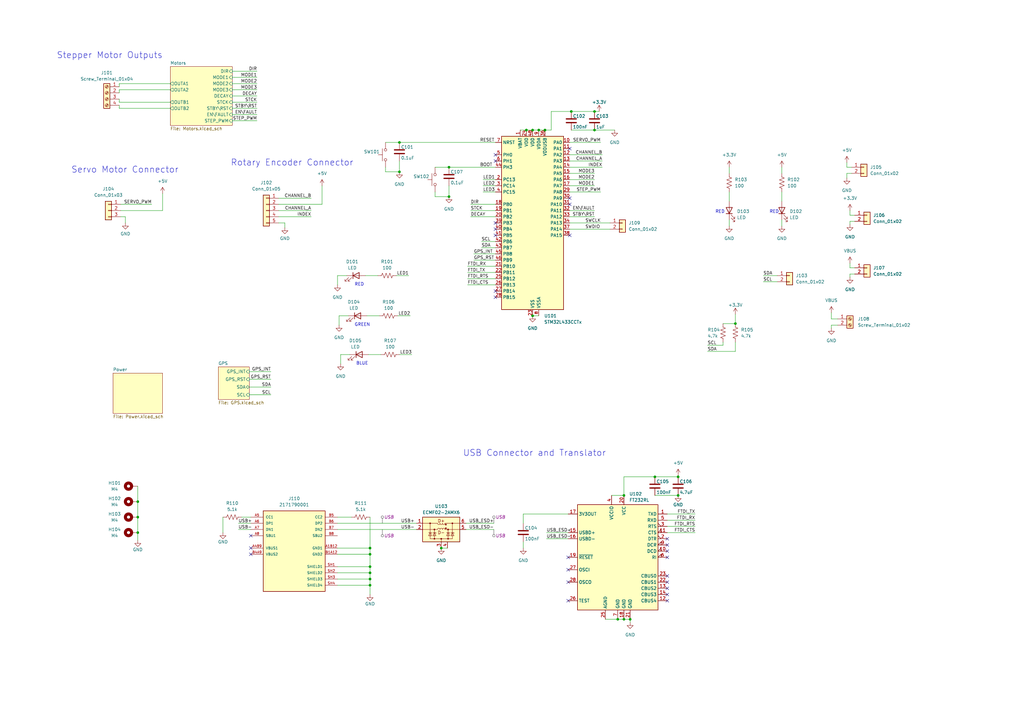
<source format=kicad_sch>
(kicad_sch (version 20231120) (generator "eeschema") (generator_version "8.0")
  (paper "A3")
  (title_block (title "Tracking Turrent Board") (date "2024-09-04") (rev "A") (company "ECE 395") (comment 4 "Engineers: Quinn Athas, Aidan Costello"))
  (lib_symbols
    (symbol "2171790001_1" (pin_names (offset 1.016))
      (property "Reference" "J110" (at 0 20.32 0))
      (property "Value" "2171790001" (at 0 17.78 0))
      (symbol "2171790001_1_0_0"
        (rectangle (start -12.7 -17.78) (end 12.7 15.24) (stroke (width 0.254)) (fill (type background)))
        (pin power_in line (at 17.78 0 180) (length 5.08) (name "GND1") (number "A1B12"))
        (pin power_in line (at -17.78 0 0) (length 5.08) (name "VBUS1") (number "A4B9"))
        (pin bidirectional line (at -17.78 12.7 0) (length 5.08) (name "CC1") (number "A5"))
        (pin bidirectional line (at -17.78 10.16 0) (length 5.08) (name "DP1") (number "A6"))
        (pin bidirectional line (at -17.78 7.62 0) (length 5.08) (name "DN1") (number "A7"))
        (pin bidirectional line (at -17.78 5.08 0) (length 5.08) (name "SBU1") (number "A8"))
        (pin power_in line (at 17.78 -2.54 180) (length 5.08) (name "GND2") (number "B1A12"))
        (pin power_in line (at -17.78 -2.54 0) (length 5.08) (name "VBUS2") (number "B4A9"))
        (pin bidirectional line (at 17.78 12.7 180) (length 5.08) (name "CC2") (number "B5"))
        (pin bidirectional line (at 17.78 10.16 180) (length 5.08) (name "DP2") (number "B6"))
        (pin bidirectional line (at 17.78 7.62 180) (length 5.08) (name "DN2") (number "B7"))
        (pin bidirectional line (at 17.78 5.08 180) (length 5.08) (name "SBU2") (number "B8"))
        (pin passive line (at 17.78 -7.62 180) (length 5.08) (name "SHIELD1") (number "SH1"))
        (pin passive line (at 17.78 -10.16 180) (length 5.08) (name "SHIELD2") (number "SH2"))
        (pin passive line (at 17.78 -12.7 180) (length 5.08) (name "SHIELD3") (number "SH3"))
        (pin passive line (at 17.78 -15.24 180) (length 5.08) (name "SHIELD4") (number "SH4"))
      )
    )
    (symbol "Connector:Screw_Terminal_01x02" (pin_names (offset 1.016) hide)
      (property "Reference" "J" (at 0 2.54 0))
      (property "Value" "Screw_Terminal_01x02" (at 0 -5.08 0))
      (symbol "Screw_Terminal_01x02_1_1"
        (rectangle (start -1.27 1.27) (end 1.27 -3.81) (stroke (width 0.254)) (fill (type background)))
        (circle (center 0 -2.54) (radius 0.635) (stroke (width 0.1524)))
        (polyline (pts (xy -0.5334 -2.2098) (xy 0.3302 -3.048)) (stroke (width 0.1524)))
        (polyline (pts (xy -0.5334 0.3302) (xy 0.3302 -0.508)) (stroke (width 0.1524)))
        (polyline (pts (xy -0.3556 -2.032) (xy 0.508 -2.8702)) (stroke (width 0.1524)))
        (polyline (pts (xy -0.3556 0.508) (xy 0.508 -0.3302)) (stroke (width 0.1524)))
        (circle (center 0 0) (radius 0.635) (stroke (width 0.1524)))
        (pin passive line (at -5.08 0 0) (length 3.81) (name "Pin_1") (number "1"))
        (pin passive line (at -5.08 -2.54 0) (length 3.81) (name "Pin_2") (number "2"))
      )
    )
    (symbol "Connector:Screw_Terminal_01x04" (pin_names (offset 1.016) hide)
      (property "Reference" "J" (at 0 5.08 0))
      (property "Value" "Screw_Terminal_01x04" (at 0 -7.62 0))
      (symbol "Screw_Terminal_01x04_1_1"
        (rectangle (start -1.27 3.81) (end 1.27 -6.35) (stroke (width 0.254)) (fill (type background)))
        (circle (center 0 -5.08) (radius 0.635) (stroke (width 0.1524)))
        (circle (center 0 -2.54) (radius 0.635) (stroke (width 0.1524)))
        (polyline (pts (xy -0.5334 -4.7498) (xy 0.3302 -5.588)) (stroke (width 0.1524)))
        (polyline (pts (xy -0.5334 -2.2098) (xy 0.3302 -3.048)) (stroke (width 0.1524)))
        (polyline (pts (xy -0.5334 0.3302) (xy 0.3302 -0.508)) (stroke (width 0.1524)))
        (polyline (pts (xy -0.5334 2.8702) (xy 0.3302 2.032)) (stroke (width 0.1524)))
        (polyline (pts (xy -0.3556 -4.572) (xy 0.508 -5.4102)) (stroke (width 0.1524)))
        (polyline (pts (xy -0.3556 -2.032) (xy 0.508 -2.8702)) (stroke (width 0.1524)))
        (polyline (pts (xy -0.3556 0.508) (xy 0.508 -0.3302)) (stroke (width 0.1524)))
        (polyline (pts (xy -0.3556 3.048) (xy 0.508 2.2098)) (stroke (width 0.1524)))
        (circle (center 0 0) (radius 0.635) (stroke (width 0.1524)))
        (circle (center 0 2.54) (radius 0.635) (stroke (width 0.1524)))
        (pin passive line (at -5.08 2.54 0) (length 3.81) (name "Pin_1") (number "1"))
        (pin passive line (at -5.08 0 0) (length 3.81) (name "Pin_2") (number "2"))
        (pin passive line (at -5.08 -2.54 0) (length 3.81) (name "Pin_3") (number "3"))
        (pin passive line (at -5.08 -5.08 0) (length 3.81) (name "Pin_4") (number "4"))
      )
    )
    (symbol "Connector_Generic:Conn_01x02" (pin_names (offset 1.016) hide)
      (property "Reference" "J" (at 0 2.54 0))
      (property "Value" "Conn_01x02" (at 0 -5.08 0))
      (symbol "Conn_01x02_1_1"
        (rectangle (start -1.27 -2.413) (end 0 -2.667) (stroke (width 0.1524)))
        (rectangle (start -1.27 0.127) (end 0 -0.127) (stroke (width 0.1524)))
        (rectangle (start -1.27 1.27) (end 1.27 -3.81) (stroke (width 0.254)) (fill (type background)))
        (pin passive line (at -5.08 0 0) (length 3.81) (name "Pin_1") (number "1"))
        (pin passive line (at -5.08 -2.54 0) (length 3.81) (name "Pin_2") (number "2"))
      )
    )
    (symbol "Connector_Generic:Conn_01x03" (pin_names (offset 1.016) hide)
      (property "Reference" "J" (at 0 5.08 0))
      (property "Value" "Conn_01x03" (at 0 -5.08 0))
      (symbol "Conn_01x03_1_1"
        (rectangle (start -1.27 -2.413) (end 0 -2.667) (stroke (width 0.1524)))
        (rectangle (start -1.27 0.127) (end 0 -0.127) (stroke (width 0.1524)))
        (rectangle (start -1.27 2.667) (end 0 2.413) (stroke (width 0.1524)))
        (rectangle (start -1.27 3.81) (end 1.27 -3.81) (stroke (width 0.254)) (fill (type background)))
        (pin passive line (at -5.08 2.54 0) (length 3.81) (name "Pin_1") (number "1"))
        (pin passive line (at -5.08 0 0) (length 3.81) (name "Pin_2") (number "2"))
        (pin passive line (at -5.08 -2.54 0) (length 3.81) (name "Pin_3") (number "3"))
      )
    )
    (symbol "Connector_Generic:Conn_01x05" (pin_names (offset 1.016) hide)
      (property "Reference" "J" (at 0 7.62 0))
      (property "Value" "Conn_01x05" (at 0 -7.62 0))
      (symbol "Conn_01x05_1_1"
        (rectangle (start -1.27 -4.953) (end 0 -5.207) (stroke (width 0.1524)))
        (rectangle (start -1.27 -2.413) (end 0 -2.667) (stroke (width 0.1524)))
        (rectangle (start -1.27 0.127) (end 0 -0.127) (stroke (width 0.1524)))
        (rectangle (start -1.27 2.667) (end 0 2.413) (stroke (width 0.1524)))
        (rectangle (start -1.27 5.207) (end 0 4.953) (stroke (width 0.1524)))
        (rectangle (start -1.27 6.35) (end 1.27 -6.35) (stroke (width 0.254)) (fill (type background)))
        (pin passive line (at -5.08 5.08 0) (length 3.81) (name "Pin_1") (number "1"))
        (pin passive line (at -5.08 2.54 0) (length 3.81) (name "Pin_2") (number "2"))
        (pin passive line (at -5.08 0 0) (length 3.81) (name "Pin_3") (number "3"))
        (pin passive line (at -5.08 -2.54 0) (length 3.81) (name "Pin_4") (number "4"))
        (pin passive line (at -5.08 -5.08 0) (length 3.81) (name "Pin_5") (number "5"))
      )
    )
    (symbol "Device:C" (pin_numbers hide) (pin_names (offset 0.254))
      (property "Reference" "C" (at 0.635 2.54 0))
      (property "Value" "C" (at 0.635 -2.54 0))
      (symbol "C_0_1"
        (polyline (pts (xy -2.032 -0.762) (xy 2.032 -0.762)) (stroke (width 0.508)))
        (polyline (pts (xy -2.032 0.762) (xy 2.032 0.762)) (stroke (width 0.508)))
      )
      (symbol "C_1_1"
        (pin passive line (at 0 3.81 270) (length 2.794) (name "~") (number "1"))
        (pin passive line (at 0 -3.81 90) (length 2.794) (name "~") (number "2"))
      )
    )
    (symbol "Device:LED" (pin_numbers hide) (pin_names (offset 1.016) hide)
      (property "Reference" "D" (at 0 2.54 0))
      (property "Value" "LED" (at 0 -2.54 0))
      (symbol "LED_0_1"
        (polyline (pts (xy -1.27 -1.27) (xy -1.27 1.27)) (stroke (width 0.254)))
        (polyline (pts (xy -1.27 0) (xy 1.27 0)))
        (polyline (pts (xy 1.27 -1.27) (xy 1.27 1.27) (xy -1.27 0) (xy 1.27 -1.27)) (stroke (width 0.254)))
        (polyline (pts (xy -3.048 -0.762) (xy -4.572 -2.286) (xy -3.81 -2.286) (xy -4.572 -2.286) (xy -4.572 -1.524)))
        (polyline (pts (xy -1.778 -0.762) (xy -3.302 -2.286) (xy -2.54 -2.286) (xy -3.302 -2.286) (xy -3.302 -1.524)))
      )
      (symbol "LED_1_1"
        (pin passive line (at -3.81 0 0) (length 2.54) (name "K") (number "1"))
        (pin passive line (at 3.81 0 180) (length 2.54) (name "A") (number "2"))
      )
    )
    (symbol "Device:R_US" (pin_numbers hide) (pin_names (offset 0))
      (property "Reference" "R" (at 2.54 0 90))
      (property "Value" "R_US" (at -2.54 0 90))
      (symbol "R_US_0_1"
        (polyline (pts (xy 0 -2.286) (xy 0 -2.54)))
        (polyline (pts (xy 0 2.286) (xy 0 2.54)))
        (polyline (pts (xy 0 -0.762) (xy 1.016 -1.143) (xy 0 -1.524) (xy -1.016 -1.905) (xy 0 -2.286)))
        (polyline (pts (xy 0 0.762) (xy 1.016 0.381) (xy 0 0) (xy -1.016 -0.381) (xy 0 -0.762)))
        (polyline (pts (xy 0 2.286) (xy 1.016 1.905) (xy 0 1.524) (xy -1.016 1.143) (xy 0 0.762)))
      )
      (symbol "R_US_1_1"
        (pin passive line (at 0 3.81 270) (length 1.27) (name "~") (number "1"))
        (pin passive line (at 0 -3.81 90) (length 1.27) (name "~") (number "2"))
      )
    )
    (symbol "Interface_USB:FT232RL"
      (property "Reference" "U" (at -16.51 22.86 0))
      (property "Value" "FT232RL" (at 10.16 22.86 0))
      (symbol "FT232RL_0_1"
        (rectangle (start -16.51 21.59) (end 16.51 -21.59) (stroke (width 0.254)) (fill (type background)))
      )
      (symbol "FT232RL_1_1"
        (pin output line (at 20.32 17.78 180) (length 3.81) (name "TXD") (number "1"))
        (pin input input_low (at 20.32 2.54 180) (length 3.81) (name "DCD") (number "10"))
        (pin input input_low (at 20.32 10.16 180) (length 3.81) (name "CTS") (number "11"))
        (pin bidirectional line (at 20.32 -17.78 180) (length 3.81) (name "CBUS4") (number "12"))
        (pin bidirectional line (at 20.32 -12.7 180) (length 3.81) (name "CBUS2") (number "13"))
        (pin bidirectional line (at 20.32 -15.24 180) (length 3.81) (name "CBUS3") (number "14"))
        (pin bidirectional line (at -20.32 10.16 0) (length 3.81) (name "USBD+") (number "15"))
        (pin bidirectional line (at -20.32 7.62 0) (length 3.81) (name "USBD-") (number "16"))
        (pin power_out line (at -20.32 17.78 0) (length 3.81) (name "3V3OUT") (number "17"))
        (pin power_in line (at 2.54 -25.4 90) (length 3.81) (name "GND") (number "18"))
        (pin input line (at -20.32 0 0) (length 3.81) (name "~{RESET}") (number "19"))
        (pin output output_low (at 20.32 7.62 180) (length 3.81) (name "DTR") (number "2"))
        (pin power_in line (at 2.54 25.4 270) (length 3.81) (name "VCC") (number "20"))
        (pin power_in line (at 5.08 -25.4 90) (length 3.81) (name "GND") (number "21"))
        (pin bidirectional line (at 20.32 -10.16 180) (length 3.81) (name "CBUS1") (number "22"))
        (pin bidirectional line (at 20.32 -7.62 180) (length 3.81) (name "CBUS0") (number "23"))
        (pin power_in line (at -5.08 -25.4 90) (length 3.81) (name "AGND") (number "25"))
        (pin input line (at -20.32 -17.78 0) (length 3.81) (name "TEST") (number "26"))
        (pin input line (at -20.32 -5.08 0) (length 3.81) (name "OSCI") (number "27"))
        (pin output line (at -20.32 -10.16 0) (length 3.81) (name "OSCO") (number "28"))
        (pin output output_low (at 20.32 12.7 180) (length 3.81) (name "RTS") (number "3"))
        (pin power_in line (at -2.54 25.4 270) (length 3.81) (name "VCCIO") (number "4"))
        (pin input line (at 20.32 15.24 180) (length 3.81) (name "RXD") (number "5"))
        (pin input input_low (at 20.32 0 180) (length 3.81) (name "RI") (number "6"))
        (pin power_in line (at 0 -25.4 90) (length 3.81) (name "GND") (number "7"))
        (pin input input_low (at 20.32 5.08 180) (length 3.81) (name "DCR") (number "9"))
      )
    )
    (symbol "MCU_ST_STM32L4:STM32L433CCTx"
      (property "Reference" "U" (at -12.7 36.83 0))
      (property "Value" "STM32L433CCTx" (at 7.62 36.83 0))
      (symbol "STM32L433CCTx_0_1"
        (rectangle (start -12.7 -35.56) (end 12.7 35.56) (stroke (width 0.254)) (fill (type background)))
      )
      (symbol "STM32L433CCTx_1_1"
        (pin power_in line (at -5.08 38.1 270) (length 2.54) (name "VBAT") (number "1"))
        (pin bidirectional line (at 15.24 33.02 180) (length 2.54) (name "PA0") (number "10"))
        (pin bidirectional line (at 15.24 30.48 180) (length 2.54) (name "PA1") (number "11"))
        (pin bidirectional line (at 15.24 27.94 180) (length 2.54) (name "PA2") (number "12"))
        (pin bidirectional line (at 15.24 25.4 180) (length 2.54) (name "PA3") (number "13"))
        (pin bidirectional line (at 15.24 22.86 180) (length 2.54) (name "PA4") (number "14"))
        (pin bidirectional line (at 15.24 20.32 180) (length 2.54) (name "PA5") (number "15"))
        (pin bidirectional line (at 15.24 17.78 180) (length 2.54) (name "PA6") (number "16"))
        (pin bidirectional line (at 15.24 15.24 180) (length 2.54) (name "PA7") (number "17"))
        (pin bidirectional line (at -15.24 7.62 0) (length 2.54) (name "PB0") (number "18"))
        (pin bidirectional line (at -15.24 5.08 0) (length 2.54) (name "PB1") (number "19"))
        (pin bidirectional line (at -15.24 17.78 0) (length 2.54) (name "PC13") (number "2"))
        (pin bidirectional line (at -15.24 2.54 0) (length 2.54) (name "PB2") (number "20"))
        (pin bidirectional line (at -15.24 -17.78 0) (length 2.54) (name "PB10") (number "21"))
        (pin bidirectional line (at -15.24 -20.32 0) (length 2.54) (name "PB11") (number "22"))
        (pin power_in line (at 0 -38.1 90) (length 2.54) (name "VSS") (number "23"))
        (pin power_in line (at -2.54 38.1 270) (length 2.54) (name "VDD") (number "24"))
        (pin bidirectional line (at -15.24 -22.86 0) (length 2.54) (name "PB12") (number "25"))
        (pin bidirectional line (at -15.24 -25.4 0) (length 2.54) (name "PB13") (number "26"))
        (pin bidirectional line (at -15.24 -27.94 0) (length 2.54) (name "PB14") (number "27"))
        (pin bidirectional line (at -15.24 -30.48 0) (length 2.54) (name "PB15") (number "28"))
        (pin bidirectional line (at 15.24 12.7 180) (length 2.54) (name "PA8") (number "29"))
        (pin bidirectional line (at -15.24 15.24 0) (length 2.54) (name "PC14") (number "3"))
        (pin bidirectional line (at 15.24 10.16 180) (length 2.54) (name "PA9") (number "30"))
        (pin bidirectional line (at 15.24 7.62 180) (length 2.54) (name "PA10") (number "31"))
        (pin bidirectional line (at 15.24 5.08 180) (length 2.54) (name "PA11") (number "32"))
        (pin bidirectional line (at 15.24 2.54 180) (length 2.54) (name "PA12") (number "33"))
        (pin bidirectional line (at 15.24 0 180) (length 2.54) (name "PA13") (number "34"))
        (pin passive line (at 0 -38.1 90) (length 2.54) hide (name "VSS") (number "35"))
        (pin power_in line (at 5.08 38.1 270) (length 2.54) (name "VDDUSB") (number "36"))
        (pin bidirectional line (at 15.24 -2.54 180) (length 2.54) (name "PA14") (number "37"))
        (pin bidirectional line (at 15.24 -5.08 180) (length 2.54) (name "PA15") (number "38"))
        (pin bidirectional line (at -15.24 0 0) (length 2.54) (name "PB3") (number "39"))
        (pin bidirectional line (at -15.24 12.7 0) (length 2.54) (name "PC15") (number "4"))
        (pin bidirectional line (at -15.24 -2.54 0) (length 2.54) (name "PB4") (number "40"))
        (pin bidirectional line (at -15.24 -5.08 0) (length 2.54) (name "PB5") (number "41"))
        (pin bidirectional line (at -15.24 -7.62 0) (length 2.54) (name "PB6") (number "42"))
        (pin bidirectional line (at -15.24 -10.16 0) (length 2.54) (name "PB7") (number "43"))
        (pin bidirectional line (at -15.24 22.86 0) (length 2.54) (name "PH3") (number "44"))
        (pin bidirectional line (at -15.24 -12.7 0) (length 2.54) (name "PB8") (number "45"))
        (pin bidirectional line (at -15.24 -15.24 0) (length 2.54) (name "PB9") (number "46"))
        (pin passive line (at 0 -38.1 90) (length 2.54) hide (name "VSS") (number "47"))
        (pin power_in line (at 0 38.1 270) (length 2.54) (name "VDD") (number "48"))
        (pin bidirectional line (at -15.24 27.94 0) (length 2.54) (name "PH0") (number "5"))
        (pin bidirectional line (at -15.24 25.4 0) (length 2.54) (name "PH1") (number "6"))
        (pin input line (at -15.24 33.02 0) (length 2.54) (name "NRST") (number "7"))
        (pin power_in line (at 2.54 -38.1 90) (length 2.54) (name "VSSA") (number "8"))
        (pin power_in line (at 2.54 38.1 270) (length 2.54) (name "VDDA") (number "9"))
      )
    )
    (symbol "Mechanical:MountingHole_Pad" (pin_numbers hide) (pin_names (offset 1.016) hide)
      (property "Reference" "H" (at 0 6.35 0))
      (property "Value" "MountingHole_Pad" (at 0 4.445 0))
      (symbol "MountingHole_Pad_0_1"
        (circle (center 0 1.27) (radius 1.27) (stroke (width 1.27)))
      )
      (symbol "MountingHole_Pad_1_1"
        (pin input line (at 0 -2.54 90) (length 2.54) (name "1") (number "1"))
      )
    )
    (symbol "Power_Protection:ECMF02-2AMX6" (pin_names (offset 0.0254) hide)
      (property "Reference" "U" (at 0 10.16 0))
      (property "Value" "ECMF02-2AMX6" (at 0 7.62 0))
      (symbol "ECMF02-2AMX6_0_1"
        (rectangle (start -7.62 5.08) (end 7.62 -5.08) (stroke (width 0.254)) (fill (type background)))
        (arc (start -1.524 2.5023) (mid -1.016 2.0306) (end -0.508 2.5023))
        (arc (start -0.508 0.0377) (mid -1.016 0.5094) (end -1.524 0.0377))
        (arc (start -0.508 2.5023) (mid 0 2.0306) (end 0.508 2.5023))
        (polyline (pts (xy -7.62 0) (xy -1.524 0)))
        (polyline (pts (xy -7.62 2.54) (xy -1.524 2.54)))
        (polyline (pts (xy -4.572 -3.81) (xy 4.572 -3.81)))
        (polyline (pts (xy -4.572 2.54) (xy -4.572 -3.81)))
        (polyline (pts (xy -2.794 0) (xy -2.794 -3.81)))
        (polyline (pts (xy 0 -5.08) (xy 0 -3.81)))
        (polyline (pts (xy 2.54 0) (xy 1.524 0)))
        (polyline (pts (xy 2.54 0) (xy 7.62 0)))
        (polyline (pts (xy 2.54 2.54) (xy 1.524 2.54)))
        (polyline (pts (xy 2.54 2.54) (xy 7.62 2.54)))
        (polyline (pts (xy 2.794 0) (xy 2.794 -3.81)))
        (polyline (pts (xy 4.572 2.54) (xy 4.572 -3.81)))
        (arc (start 0.508 0.0377) (mid 0 0.5094) (end -0.508 0.0377))
        (arc (start 0.508 2.5023) (mid 1.016 2.0306) (end 1.524 2.5023))
        (arc (start 1.524 0.0377) (mid 1.016 0.5094) (end 0.508 0.0377))
        (text "D+" (at 0 3.556 0) (effects (font (size 1.27 1.27))))
        (text "D-" (at 0 -1.27 0) (effects (font (size 1.27 1.27))))
      )
      (symbol "ECMF02-2AMX6_1_1"
        (circle (center -4.572 2.54) (radius 0.254) (fill (type outline)))
        (circle (center -2.794 -3.81) (radius 0.254) (fill (type outline)))
        (circle (center -2.794 0) (radius 0.254) (fill (type outline)))
        (circle (center 0 -3.81) (radius 0.254) (fill (type outline)))
        (polyline (pts (xy -3.937 -1.651) (xy -3.937 -1.27) (xy -5.207 -1.27)))
        (polyline (pts (xy -2.159 -1.651) (xy -2.159 -1.27) (xy -3.429 -1.27)))
        (polyline (pts (xy 3.429 -1.651) (xy 3.429 -1.27) (xy 2.159 -1.27)))
        (polyline (pts (xy 5.207 -1.651) (xy 5.207 -1.27) (xy 3.937 -1.27)))
        (polyline (pts (xy -5.207 -2.54) (xy -3.937 -2.54) (xy -4.572 -1.27) (xy -5.207 -2.54)))
        (polyline (pts (xy -3.429 -2.54) (xy -2.159 -2.54) (xy -2.794 -1.27) (xy -3.429 -2.54)))
        (polyline (pts (xy 3.429 -2.54) (xy 2.159 -2.54) (xy 2.794 -1.27) (xy 3.429 -2.54)))
        (polyline (pts (xy 5.207 -2.54) (xy 3.937 -2.54) (xy 4.572 -1.27) (xy 5.207 -2.54)))
        (circle (center 1.905 0.508) (radius 0.254) (fill (type outline)))
        (circle (center 1.905 2.032) (radius 0.254) (fill (type outline)))
        (circle (center 2.794 -3.81) (radius 0.254) (fill (type outline)))
        (circle (center 2.794 0) (radius 0.254) (fill (type outline)))
        (circle (center 4.572 2.54) (radius 0.254) (fill (type outline)))
        (pin passive line (at -10.16 2.54 0) (length 2.54) (name "D+_in") (number "1"))
        (pin passive line (at -10.16 0 0) (length 2.54) (name "D-_in") (number "2"))
        (pin power_in line (at 0 -7.62 90) (length 2.54) (name "GND") (number "3"))
        (pin free line (at 2.54 -7.62 90) (length 2.54) (name "NC") (number "4"))
        (pin passive line (at 10.16 0 180) (length 2.54) (name "D-_out") (number "5"))
        (pin passive line (at 10.16 2.54 180) (length 2.54) (name "D+_out") (number "6"))
      )
    )
    (symbol "Switch:SW_MEC_5G" (pin_numbers hide) (pin_names (offset 1.016) hide)
      (property "Reference" "SW101" (at 1.27 8.89 90))
      (symbol "SW_MEC_5G_0_1"
        (circle (center -2.032 0) (radius 0.508))
        (polyline (pts (xy 0 1.27) (xy 0 3.048)))
        (polyline (pts (xy 2.54 1.27) (xy -2.54 1.27)))
        (circle (center 2.032 0) (radius 0.508))
        (pin passive line (at -5.08 0 0) (length 2.54) (name "A") (number "1"))
      )
      (symbol "SW_MEC_5G_1_1"
        (pin passive line (at 5.08 0 180) (length 2.54) (name "B") (number "2"))
      )
    )
    (symbol "power:+3.3V" (power) (pin_names (offset 0))
      (property "Value" "+3.3V" (at 0 3.556 0))
      (symbol "+3.3V_0_1"
        (polyline (pts (xy -0.762 1.27) (xy 0 2.54)))
        (polyline (pts (xy 0 0) (xy 0 2.54)))
        (polyline (pts (xy 0 2.54) (xy 0.762 1.27)))
      )
      (symbol "+3.3V_1_1"
        (pin power_in line (at 0 0 90) (length 0) hide (name "+3.3V") (number "1"))
      )
    )
    (symbol "power:+5V" (power) (pin_names (offset 0))
      (property "Value" "+5V" (at 0 3.556 0))
      (symbol "+5V_0_1"
        (polyline (pts (xy -0.762 1.27) (xy 0 2.54)))
        (polyline (pts (xy 0 0) (xy 0 2.54)))
        (polyline (pts (xy 0 2.54) (xy 0.762 1.27)))
      )
      (symbol "+5V_1_1"
        (pin power_in line (at 0 0 90) (length 0) hide (name "+5V") (number "1"))
      )
    )
    (symbol "power:GND" (power) (pin_names (offset 0))
      (property "Value" "GND" (at 0 -3.81 0))
      (symbol "GND_0_1"
        (polyline (pts (xy 0 0) (xy 0 -1.27) (xy 1.27 -1.27) (xy 0 -2.54) (xy -1.27 -1.27) (xy 0 -1.27)))
      )
      (symbol "GND_1_1"
        (pin power_in line (at 0 0 270) (length 0) hide (name "GND") (number "1"))
      )
    )
    (symbol "power:VBUS" (power) (pin_names (offset 0))
      (property "Value" "VBUS" (at 0 3.81 0))
      (symbol "VBUS_0_1"
        (polyline (pts (xy -0.762 1.27) (xy 0 2.54)))
        (polyline (pts (xy 0 0) (xy 0 2.54)))
        (polyline (pts (xy 0 2.54) (xy 0.762 1.27)))
      )
      (symbol "VBUS_1_1"
        (pin power_in line (at 0 0 90) (length 0) hide (name "VBUS") (number "1"))
      )
    )
  )
  (junction (at 151.765 240.03))
  (junction (at 151.765 227.33))
  (junction (at 151.765 224.79))
  (junction (at 243.84 53.34))
  (junction (at 163.83 58.42))
  (junction (at 278.13 203.2))
  (junction (at 56.515 218.44))
  (junction (at 184.15 68.58))
  (junction (at 278.13 195.58))
  (junction (at 218.44 129.54))
  (junction (at 163.83 70.485))
  (junction (at 151.765 237.49))
  (junction (at 215.9 53.34))
  (junction (at 56.515 212.09))
  (junction (at 184.15 80.645))
  (junction (at 218.44 53.34))
  (junction (at 220.98 53.34))
  (junction (at 180.975 224.79))
  (junction (at 223.52 53.34))
  (junction (at 255.905 203.2))
  (junction (at 151.765 234.95))
  (junction (at 258.445 254))
  (junction (at 255.905 254))
  (junction (at 301.625 132.715))
  (junction (at 56.515 205.74))
  (junction (at 234.315 45.72))
  (junction (at 268.605 195.58))
  (junction (at 253.365 254))
  (junction (at 151.765 232.41))
  (junction (at 243.84 45.72))
  (no_connect (at 102.87 224.79))
  (no_connect (at 203.2 119.38))
  (no_connect (at 273.685 246.38))
  (no_connect (at 203.2 66.04))
  (no_connect (at 203.2 96.52))
  (no_connect (at 102.87 219.71))
  (no_connect (at 273.685 241.3))
  (no_connect (at 273.685 220.98))
  (no_connect (at 203.2 63.5))
  (no_connect (at 233.045 246.38))
  (no_connect (at 233.68 81.28))
  (no_connect (at 273.685 228.6))
  (no_connect (at 273.685 243.84))
  (no_connect (at 233.68 83.82))
  (no_connect (at 233.045 228.6))
  (no_connect (at 233.045 238.76))
  (no_connect (at 203.2 91.44))
  (no_connect (at 233.68 60.96))
  (no_connect (at 273.685 238.76))
  (no_connect (at 233.68 96.52))
  (no_connect (at 203.2 121.92))
  (no_connect (at 273.685 223.52))
  (no_connect (at 273.685 236.22))
  (no_connect (at 203.2 93.98))
  (no_connect (at 273.685 226.06))
  (no_connect (at 102.87 227.33))
  (no_connect (at 233.045 233.68))
  (wire (pts (xy 203.2 114.3) (xy 191.77 114.3)))
  (wire (pts (xy 299.085 92.71) (xy 299.085 90.17)))
  (wire (pts (xy 273.685 210.82) (xy 285.115 210.82)))
  (wire (pts (xy 168.275 129.54) (xy 163.195 129.54)))
  (wire (pts (xy 203.2 86.36) (xy 193.04 86.36)))
  (wire (pts (xy 138.43 214.63) (xy 170.815 214.63)))
  (wire (pts (xy 69.85 36.83) (xy 48.895 36.83)))
  (wire (pts (xy 299.085 68.58) (xy 299.085 71.12)))
  (wire (pts (xy 155.575 129.54) (xy 150.495 129.54)))
  (wire (pts (xy 202.565 214.63) (xy 191.135 214.63)))
  (wire (pts (xy 97.79 217.17) (xy 102.87 217.17)))
  (wire (pts (xy 158.115 68.58) (xy 158.115 70.485)))
  (wire (pts (xy 255.905 195.58) (xy 268.605 195.58)))
  (wire (pts (xy 203.2 88.9) (xy 193.04 88.9)))
  (wire (pts (xy 203.2 104.14) (xy 194.31 104.14)))
  (wire (pts (xy 233.68 66.04) (xy 247.015 66.04)))
  (wire (pts (xy 245.745 45.72) (xy 243.84 45.72)))
  (wire (pts (xy 138.43 116.84) (xy 138.43 113.03)))
  (wire (pts (xy 223.52 53.34) (xy 226.06 53.34)))
  (wire (pts (xy 91.44 212.09) (xy 91.44 218.44)))
  (wire (pts (xy 139.7 145.415) (xy 143.51 145.415)))
  (wire (pts (xy 102.235 161.925) (xy 111.125 161.925)))
  (wire (pts (xy 290.195 144.145) (xy 301.625 144.145)))
  (wire (pts (xy 198.12 78.74) (xy 203.2 78.74)))
  (wire (pts (xy 233.68 71.12) (xy 243.84 71.12)))
  (wire (pts (xy 348.615 92.075) (xy 348.615 90.805)))
  (wire (pts (xy 178.435 78.74) (xy 178.435 80.645)))
  (wire (pts (xy 214.63 210.82) (xy 233.045 210.82)))
  (wire (pts (xy 252.095 53.34) (xy 243.84 53.34)))
  (wire (pts (xy 114.3 88.9) (xy 127.635 88.9)))
  (wire (pts (xy 203.2 83.82) (xy 193.04 83.82)))
  (wire (pts (xy 348.615 90.805) (xy 350.52 90.805)))
  (wire (pts (xy 99.06 212.09) (xy 102.87 212.09)))
  (wire (pts (xy 151.765 240.03) (xy 151.765 237.49)))
  (wire (pts (xy 97.79 214.63) (xy 102.87 214.63)))
  (wire (pts (xy 56.515 199.39) (xy 56.515 205.74)))
  (wire (pts (xy 95.25 29.21) (xy 105.41 29.21)))
  (wire (pts (xy 348.615 112.395) (xy 350.52 112.395)))
  (wire (pts (xy 102.235 155.575) (xy 111.125 155.575)))
  (wire (pts (xy 49.53 88.9) (xy 51.435 88.9)))
  (wire (pts (xy 132.08 76.2) (xy 132.08 83.82)))
  (wire (pts (xy 154.94 113.03) (xy 149.86 113.03)))
  (wire (pts (xy 340.995 134.62) (xy 340.995 133.35)))
  (wire (pts (xy 203.2 99.06) (xy 197.485 99.06)))
  (wire (pts (xy 233.68 86.36) (xy 243.84 86.36)))
  (wire (pts (xy 48.895 34.29) (xy 48.895 35.56)))
  (wire (pts (xy 48.895 44.45) (xy 48.895 43.18)))
  (wire (pts (xy 348.615 109.855) (xy 350.52 109.855)))
  (wire (pts (xy 95.25 34.29) (xy 105.41 34.29)))
  (wire (pts (xy 203.2 106.68) (xy 194.31 106.68)))
  (wire (pts (xy 95.25 49.53) (xy 105.41 49.53)))
  (wire (pts (xy 347.345 71.12) (xy 349.25 71.12)))
  (wire (pts (xy 66.675 79.375) (xy 66.675 86.36)))
  (wire (pts (xy 233.68 88.9) (xy 243.84 88.9)))
  (wire (pts (xy 234.315 45.72) (xy 226.06 45.72)))
  (wire (pts (xy 320.675 92.71) (xy 320.675 90.17)))
  (wire (pts (xy 138.43 217.17) (xy 170.815 217.17)))
  (wire (pts (xy 184.15 76.2) (xy 184.15 80.645)))
  (wire (pts (xy 203.2 111.76) (xy 191.77 111.76)))
  (wire (pts (xy 296.545 132.715) (xy 301.625 132.715)))
  (wire (pts (xy 255.905 195.58) (xy 255.905 203.2)))
  (wire (pts (xy 138.43 237.49) (xy 151.765 237.49)))
  (wire (pts (xy 139.065 129.54) (xy 142.875 129.54)))
  (wire (pts (xy 69.85 41.91) (xy 48.895 41.91)))
  (wire (pts (xy 49.53 86.36) (xy 66.675 86.36)))
  (wire (pts (xy 151.765 227.33) (xy 151.765 224.79)))
  (wire (pts (xy 233.045 218.44) (xy 224.155 218.44)))
  (wire (pts (xy 184.15 80.645) (xy 178.435 80.645)))
  (wire (pts (xy 95.25 31.75) (xy 105.41 31.75)))
  (wire (pts (xy 51.435 88.9) (xy 51.435 91.44)))
  (wire (pts (xy 138.43 240.03) (xy 151.765 240.03)))
  (wire (pts (xy 233.68 76.2) (xy 243.84 76.2)))
  (wire (pts (xy 139.7 149.225) (xy 139.7 145.415)))
  (wire (pts (xy 178.435 68.58) (xy 184.15 68.58)))
  (wire (pts (xy 48.895 36.83) (xy 48.895 38.1)))
  (wire (pts (xy 114.3 86.36) (xy 127.635 86.36)))
  (wire (pts (xy 203.2 116.84) (xy 191.77 116.84)))
  (wire (pts (xy 158.115 58.42) (xy 163.83 58.42)))
  (wire (pts (xy 234.315 53.34) (xy 243.84 53.34)))
  (wire (pts (xy 233.68 91.44) (xy 250.19 91.44)))
  (wire (pts (xy 226.06 45.72) (xy 226.06 53.34)))
  (wire (pts (xy 233.68 68.58) (xy 247.015 68.58)))
  (wire (pts (xy 203.2 101.6) (xy 197.485 101.6)))
  (wire (pts (xy 144.145 212.09) (xy 138.43 212.09)))
  (wire (pts (xy 320.675 68.58) (xy 320.675 71.12)))
  (wire (pts (xy 114.3 81.28) (xy 127.635 81.28)))
  (wire (pts (xy 278.13 194.945) (xy 278.13 195.58)))
  (wire (pts (xy 253.365 254) (xy 248.285 254)))
  (wire (pts (xy 95.25 36.83) (xy 105.41 36.83)))
  (wire (pts (xy 95.25 44.45) (xy 105.41 44.45)))
  (wire (pts (xy 258.445 254) (xy 255.905 254)))
  (wire (pts (xy 273.685 213.36) (xy 285.115 213.36)))
  (wire (pts (xy 203.2 109.22) (xy 191.77 109.22)))
  (wire (pts (xy 49.53 83.82) (xy 62.23 83.82)))
  (wire (pts (xy 102.235 158.75) (xy 111.125 158.75)))
  (wire (pts (xy 151.765 234.95) (xy 151.765 232.41)))
  (wire (pts (xy 233.68 63.5) (xy 247.015 63.5)))
  (wire (pts (xy 139.065 133.35) (xy 139.065 129.54)))
  (wire (pts (xy 258.445 255.27) (xy 258.445 254)))
  (wire (pts (xy 214.63 214.63) (xy 214.63 210.82)))
  (wire (pts (xy 202.565 217.17) (xy 191.135 217.17)))
  (wire (pts (xy 163.83 70.485) (xy 158.115 70.485)))
  (wire (pts (xy 138.43 224.79) (xy 151.765 224.79)))
  (wire (pts (xy 246.38 78.74) (xy 233.68 78.74)))
  (wire (pts (xy 167.64 113.03) (xy 162.56 113.03)))
  (wire (pts (xy 255.905 254) (xy 253.365 254)))
  (wire (pts (xy 299.085 78.74) (xy 299.085 82.55)))
  (wire (pts (xy 268.605 195.58) (xy 278.13 195.58)))
  (wire (pts (xy 56.515 205.74) (xy 56.515 212.09)))
  (wire (pts (xy 95.25 46.99) (xy 105.41 46.99)))
  (wire (pts (xy 218.44 53.34) (xy 220.98 53.34)))
  (wire (pts (xy 95.25 39.37) (xy 105.41 39.37)))
  (wire (pts (xy 151.765 232.41) (xy 151.765 227.33)))
  (wire (pts (xy 198.12 76.2) (xy 203.2 76.2)))
  (wire (pts (xy 138.43 234.95) (xy 151.765 234.95)))
  (wire (pts (xy 163.83 58.42) (xy 203.2 58.42)))
  (wire (pts (xy 114.3 83.82) (xy 132.08 83.82)))
  (wire (pts (xy 233.045 220.98) (xy 224.155 220.98)))
  (wire (pts (xy 102.235 152.4) (xy 111.125 152.4)))
  (wire (pts (xy 69.85 34.29) (xy 48.895 34.29)))
  (wire (pts (xy 348.615 86.36) (xy 348.615 88.265)))
  (wire (pts (xy 184.15 68.58) (xy 203.2 68.58)))
  (wire (pts (xy 215.9 53.34) (xy 218.44 53.34)))
  (wire (pts (xy 180.975 224.79) (xy 183.515 224.79)))
  (wire (pts (xy 220.98 129.54) (xy 218.44 129.54)))
  (wire (pts (xy 151.765 243.84) (xy 151.765 240.03)))
  (wire (pts (xy 347.345 68.58) (xy 349.25 68.58)))
  (wire (pts (xy 116.84 91.44) (xy 116.84 93.345)))
  (wire (pts (xy 138.43 232.41) (xy 151.765 232.41)))
  (wire (pts (xy 48.895 41.91) (xy 48.895 40.64)))
  (wire (pts (xy 233.68 73.66) (xy 243.84 73.66)))
  (wire (pts (xy 290.195 141.605) (xy 296.545 141.605)))
  (wire (pts (xy 214.63 224.79) (xy 214.63 222.25)))
  (wire (pts (xy 340.995 128.27) (xy 340.995 130.81)))
  (wire (pts (xy 138.43 113.03) (xy 142.24 113.03)))
  (wire (pts (xy 268.605 203.2) (xy 278.13 203.2)))
  (wire (pts (xy 348.615 107.95) (xy 348.615 109.855)))
  (wire (pts (xy 273.685 218.44) (xy 285.115 218.44)))
  (wire (pts (xy 56.515 218.44) (xy 56.515 221.615)))
  (wire (pts (xy 301.625 140.335) (xy 301.625 144.145)))
  (wire (pts (xy 273.685 215.9) (xy 285.115 215.9)))
  (wire (pts (xy 213.36 53.34) (xy 215.9 53.34)))
  (wire (pts (xy 250.825 203.2) (xy 255.905 203.2)))
  (wire (pts (xy 156.21 145.415) (xy 151.13 145.415)))
  (wire (pts (xy 220.98 53.34) (xy 223.52 53.34)))
  (wire (pts (xy 348.615 88.265) (xy 350.52 88.265)))
  (wire (pts (xy 138.43 227.33) (xy 151.765 227.33)))
  (wire (pts (xy 151.765 237.49) (xy 151.765 234.95)))
  (wire (pts (xy 301.625 128.905) (xy 301.625 132.715)))
  (wire (pts (xy 348.615 113.665) (xy 348.615 112.395)))
  (wire (pts (xy 340.995 130.81) (xy 343.535 130.81)))
  (wire (pts (xy 347.345 66.675) (xy 347.345 68.58)))
  (wire (pts (xy 340.995 133.35) (xy 343.535 133.35)))
  (wire (pts (xy 151.765 224.79) (xy 151.765 212.09)))
  (wire (pts (xy 296.545 140.335) (xy 296.545 141.605)))
  (wire (pts (xy 233.68 93.98) (xy 250.19 93.98)))
  (wire (pts (xy 318.77 113.03) (xy 313.055 113.03)))
  (wire (pts (xy 318.77 115.57) (xy 313.055 115.57)))
  (wire (pts (xy 243.84 45.72) (xy 234.315 45.72)))
  (wire (pts (xy 320.675 78.74) (xy 320.675 82.55)))
  (wire (pts (xy 168.91 145.415) (xy 163.83 145.415)))
  (wire (pts (xy 95.25 41.91) (xy 105.41 41.91)))
  (wire (pts (xy 69.85 44.45) (xy 48.895 44.45)))
  (wire (pts (xy 246.38 58.42) (xy 233.68 58.42)))
  (wire (pts (xy 163.83 66.04) (xy 163.83 70.485)))
  (wire (pts (xy 114.3 91.44) (xy 116.84 91.44)))
  (wire (pts (xy 347.345 73.025) (xy 347.345 71.12)))
  (wire (pts (xy 56.515 212.09) (xy 56.515 218.44)))
  (wire (pts (xy 198.12 73.66) (xy 203.2 73.66)))
  (text "BLUE" (at 146.05 149.86 0) (effects (font (size 1.27 1.27)) (justify left bottom)))
  (text "GREEN" (at 145.415 133.985 0) (effects (font (size 1.27 1.27)) (justify left bottom)))
  (text "USB Connector and Translator\n\n\n" (at 189.865 195.58 0) (effects (font (size 2.54 2.54)) (justify left bottom)))
  (text "RED" (at 145.415 117.475 0) (effects (font (size 1.27 1.27)) (justify left bottom)))
  (text "Rotary Encoder Connector\n\n" (at 94.615 72.39 0) (effects (font (size 2.54 2.54)) (justify left bottom)))
  (text "RED" (at 315.595 87.63 0) (effects (font (size 1.27 1.27)) (justify left bottom)))
  (text "RED" (at 293.37 87.63 0) (effects (font (size 1.27 1.27)) (justify left bottom)))
  (text "Stepper Motor Outputs\n" (at 23.241 24.257 0) (effects (font (size 2.54 2.54)) (justify left bottom)))
  (text "Servo Motor Connector\n\n\n" (at 29.21 79.375 0) (effects (font (size 2.54 2.54)) (justify left bottom)))
  (label "EN\\FAULT" (at 105.41 46.99 180))
  (label "FTDI_RTS" (at 285.115 215.9 180))
  (label "LED1" (at 167.64 113.03 180))
  (label "GPS_INT" (at 111.125 152.4 180))
  (label "MODE3" (at 243.84 71.12 180))
  (label "USB-" (at 164.465 217.17 0))
  (label "STBY\\RST" (at 105.41 44.45 180))
  (label "LED2" (at 168.275 129.54 180))
  (label "SCL" (at 290.195 141.605 0))
  (label "FTDI_RX" (at 285.115 213.36 180))
  (label "LED3" (at 168.91 145.415 180))
  (label "SERVO_PWM" (at 62.23 83.82 180))
  (label "USB_ESD+" (at 202.565 214.63 180))
  (label "STCK" (at 105.41 41.91 180))
  (label "CHANNEL_A" (at 127.635 86.36 180))
  (label "SCL" (at 111.125 161.925 180))
  (label "MODE1" (at 105.41 31.75 180))
  (label "FTDI_RTS" (at 191.77 114.3 0))
  (label "SWDIO" (at 240.03 93.98 0))
  (label "FTDI_RX" (at 191.77 109.22 0))
  (label "MODE3" (at 105.41 36.83 180))
  (label "MODE1" (at 243.84 76.2 180))
  (label "INDEX" (at 127.635 88.9 180))
  (label "USB_ESD-" (at 202.565 217.17 180))
  (label "CHANNEL_B" (at 247.015 63.5 180))
  (label "STBY\\RST" (at 243.84 88.9 180))
  (label "STEP_PWM" (at 105.41 49.53 180))
  (label "MODE2" (at 243.84 73.66 180))
  (label "CHANNEL_B" (at 127.635 81.28 180))
  (label "BOOT" (at 196.85 68.58 0))
  (label "SDA" (at 197.485 101.6 0))
  (label "RESET" (at 196.85 58.42 0))
  (label "USB_ESD+" (at 224.155 218.44 0))
  (label "SDA" (at 313.055 113.03 0))
  (label "SCL" (at 313.055 115.57 0))
  (label "DECAY" (at 105.41 39.37 180))
  (label "SERVO_PWM" (at 246.38 58.42 180))
  (label "DIR" (at 193.04 83.82 0))
  (label "DIR" (at 105.41 29.21 180))
  (label "EN\\FAULT" (at 243.84 86.36 180))
  (label "SCL" (at 197.485 99.06 0))
  (label "LED2" (at 198.12 76.2 0))
  (label "CHANNEL_A" (at 247.015 66.04 180))
  (label "GPS_INT" (at 194.31 104.14 0))
  (label "SWCLK" (at 240.03 91.44 0))
  (label "GPS_RST" (at 194.31 106.68 0))
  (label "USB+" (at 97.79 214.63 0))
  (label "FTDI_CTS" (at 285.115 218.44 180))
  (label "FTDI_TX" (at 285.115 210.82 180))
  (label "FTDI_CTS" (at 191.77 116.84 0))
  (label "SDA" (at 290.195 144.145 0))
  (label "FTDI_TX" (at 191.77 111.76 0))
  (label "USB+" (at 164.465 214.63 0))
  (label "MODE2" (at 105.41 34.29 180))
  (label "USB_ESD-" (at 224.155 220.98 0))
  (label "STCK" (at 193.04 86.36 0))
  (label "LED1" (at 198.12 73.66 0))
  (label "USB-" (at 97.79 217.17 0))
  (label "DECAY" (at 193.04 88.9 0))
  (label "STEP_PWM" (at 246.38 78.74 180))
  (label "LED3" (at 198.12 78.74 0))
  (label "SDA" (at 111.125 158.75 180))
  (label "GPS_RST" (at 111.125 155.575 180))
  (label "INDEX" (at 247.015 68.58 180))
  (netclass_flag "" (length 2.54) (shape round) (at 202.565 217.17 180) (property "Netclass" "USB" (at 203.2635 219.71 0) (effects (font (italic yes)) (justify left))))
  (netclass_flag "" (length 2.54) (shape round) (at 156.845 214.63 0) (property "Netclass" "USB" (at 157.5435 212.09 0) (effects (font (italic yes)) (justify left))))
  (netclass_flag "" (length 2.54) (shape round) (at 202.565 214.63 0) (property "Netclass" "USB" (at 203.2635 212.09 0) (effects (font (italic yes)) (justify left))))
  (netclass_flag "" (length 2.54) (shape round) (at 156.845 217.17 180) (property "Netclass" "USB" (at 157.5435 219.71 0) (effects (font (italic yes)) (justify left))))
  (symbol (lib_id "Connector_Generic:Conn_01x05") (at 109.22 86.36 0) (mirror y) (unit 1)
    (property "Reference" "J102" (at 109.22 74.93 0))
    (property "Value" "Conn_01x05" (at 109.22 77.47 0))
    (property "Footprint" "Connector_PinHeader_2.54mm:PinHeader_1x05_P2.54mm_Vertical" (effects (hide yes)))
  )
  (symbol (lib_id "power:GND") (at 56.515 221.615 0) (unit 1)
    (property "Reference" "#PWR0130" (effects (hide yes)))
    (property "Value" "GND" (at 56.515 225.425 0))
  )
  (symbol (lib_id "Device:LED") (at 146.05 113.03 0) (unit 1)
    (property "Reference" "D101" (at 144.4625 107.315 0))
    (property "Value" "LED" (at 144.4625 109.855 0))
    (property "Footprint" "LED_SMD:LED_0603_1608Metric" (effects (hide yes)))
  )
  (symbol (lib_id "Switch:SW_MEC_5G") (at 158.115 63.5 90) (unit 1)
    (property "Reference" "SW101" (at 149.225 62.23 90) (effects (justify right)))
    (property "Value" "SW_MEC_5G" (effects (hide yes)))
    (property "Footprint" "Button_Switch_SMD:SW_SPST_CK_RS282G05A3" (effects (hide yes)))
    (property "Datasheet" "http://www.apem.com/int/index.php?controller=attachment&id_attachment=488" (effects (hide yes)))
  )
  (symbol (lib_id "Device:C") (at 268.605 199.39 0) (unit 1)
    (property "Reference" "C105" (at 269.24 197.485 0) (effects (justify left)))
    (property "Value" "100nF" (at 269.24 201.93 0) (effects (justify left)))
    (property "Footprint" "Capacitor_SMD:C_0603_1608Metric" (effects (hide yes)))
  )
  (symbol (lib_id "power:GND") (at 218.44 129.54 0) (unit 1)
    (property "Reference" "#PWR0102" (effects (hide yes)))
    (property "Value" "GND" (at 218.44 134.62 0))
  )
  (symbol (lib_id "Device:R_US") (at 296.545 136.525 180) (unit 1)
    (property "Reference" "R104" (at 290.195 135.255 0) (effects (justify right)))
    (property "Value" "4.7k" (at 290.195 137.795 0) (effects (justify right)))
    (property "Footprint" "Resistor_SMD:R_0603_1608Metric" (effects (hide yes)))
  )
  (symbol (lib_id "power:+5V") (at 278.13 194.945 0) (unit 1)
    (property "Reference" "#PWR0109" (effects (hide yes)))
    (property "Value" "+5V" (at 278.13 189.865 0))
  )
  (symbol (lib_id "Switch:SW_MEC_5G") (at 178.435 73.66 90) (unit 1)
    (property "Reference" "SW102" (at 169.545 72.39 90) (effects (justify right)))
    (property "Value" "SW_MEC_5G" (effects (hide yes)))
    (property "Footprint" "Button_Switch_SMD:SW_SPST_CK_RS282G05A3" (effects (hide yes)))
    (property "Datasheet" "http://www.apem.com/int/index.php?controller=attachment&id_attachment=488" (effects (hide yes)))
  )
  (symbol (lib_id "Device:R_US") (at 147.955 212.09 90) (unit 1)
    (property "Reference" "R111" (at 147.955 206.375 90))
    (property "Value" "5.1k" (at 147.955 208.915 90))
    (property "Footprint" "Resistor_SMD:R_0603_1608Metric" (effects (hide yes)))
  )
  (symbol (lib_id "Device:R_US") (at 158.75 113.03 90) (unit 1)
    (property "Reference" "R101" (at 158.75 107.315 90))
    (property "Value" "100" (at 158.75 109.855 90))
    (property "Footprint" "Resistor_SMD:R_0603_1608Metric" (effects (hide yes)))
  )
  (symbol (lib_id "Device:R_US") (at 301.625 136.525 180) (unit 1)
    (property "Reference" "R105" (at 303.859 135.255 0) (effects (justify right)))
    (property "Value" "4.7k" (at 303.859 137.795 0) (effects (justify right)))
    (property "Footprint" "Resistor_SMD:R_0603_1608Metric" (effects (hide yes)))
  )
  (symbol (lib_id "Connector:Screw_Terminal_01x02") (at 348.615 130.81 0) (unit 1)
    (property "Reference" "J108" (at 351.79 130.81 0) (effects (justify left)))
    (property "Value" "Screw_Terminal_01x02" (at 351.79 133.35 0) (effects (justify left)))
    (property "Footprint" "TerminalBlock_TE-Connectivity:TerminalBlock_TE_282834-2_1x02_P2.54mm_Horizontal" (effects (hide yes)))
  )
  (symbol (lib_id "Device:LED") (at 299.085 86.36 90) (unit 1)
    (property "Reference" "D103" (at 302.26 86.6775 90) (effects (justify right)))
    (property "Value" "LED" (at 302.26 89.2175 90) (effects (justify right)))
    (property "Footprint" "LED_SMD:LED_0603_1608Metric" (effects (hide yes)))
  )
  (symbol (lib_id "power:GND") (at 340.995 134.62 0) (unit 1)
    (property "Reference" "#PWR0127" (effects (hide yes)))
    (property "Value" "GND" (at 340.995 139.7 0))
  )
  (symbol (lib_id "Device:LED") (at 320.675 86.36 90) (unit 1)
    (property "Reference" "D102" (at 323.85 86.6775 90) (effects (justify right)))
    (property "Value" "LED" (at 323.85 89.2175 90) (effects (justify right)))
    (property "Footprint" "LED_SMD:LED_0603_1608Metric" (effects (hide yes)))
  )
  (symbol (lib_id "power:GND") (at 258.445 255.27 0) (unit 1)
    (property "Reference" "#PWR0107" (effects (hide yes)))
    (property "Value" "GND" (at 258.445 260.35 0))
  )
  (symbol (lib_id "power:GND") (at 91.44 218.44 0) (unit 1)
    (property "Reference" "#PWR0134" (effects (hide yes)))
    (property "Value" "GND" (at 91.44 222.25 0))
  )
  (symbol (lib_id "power:+5V") (at 132.08 76.2 0) (unit 1)
    (property "Reference" "#PWR0112" (effects (hide yes)))
    (property "Value" "+5V" (at 132.08 71.12 0))
  )
  (symbol (lib_id "Device:LED") (at 147.32 145.415 0) (unit 1)
    (property "Reference" "D105" (at 145.7325 139.7 0))
    (property "Value" "LED" (at 145.7325 142.24 0))
    (property "Footprint" "LED_SMD:LED_0603_1608Metric" (effects (hide yes)))
  )
  (symbol (lib_id "Device:C") (at 163.83 62.23 0) (unit 1)
    (property "Reference" "C101" (at 164.465 60.325 0) (effects (justify left)))
    (property "Value" "0.1uF" (at 164.465 64.77 0) (effects (justify left)))
    (property "Footprint" "Capacitor_SMD:C_0603_1608Metric" (effects (hide yes)))
  )
  (symbol (lib_id "power:GND") (at 347.345 73.025 0) (unit 1)
    (property "Reference" "#PWR0120" (effects (hide yes)))
    (property "Value" "GND" (at 347.345 78.105 0))
  )
  (symbol (lib_id "power:+3.3V") (at 348.615 86.36 0) (unit 1)
    (property "Reference" "#PWR0123" (effects (hide yes)))
    (property "Value" "+3.3V" (at 348.615 81.28 0))
  )
  (symbol (lib_id "power:GND") (at 139.065 133.35 0) (unit 1)
    (property "Reference" "#PWR0110" (effects (hide yes)))
    (property "Value" "GND" (at 139.065 138.43 0))
  )
  (symbol (lib_id "power:VBUS") (at 348.615 107.95 0) (unit 1)
    (property "Reference" "#PWR0124" (effects (hide yes)))
    (property "Value" "VBUS" (at 348.615 102.87 0))
  )
  (symbol (lib_id "power:GND") (at 214.63 224.79 0) (unit 1)
    (property "Reference" "#PWR0108" (effects (hide yes)))
    (property "Value" "GND" (at 214.63 229.87 0))
  )
  (symbol (lib_id "Device:C") (at 278.13 199.39 0) (unit 1)
    (property "Reference" "C106" (at 278.765 197.485 0) (effects (justify left)))
    (property "Value" "4.7uF" (at 278.765 201.93 0) (effects (justify left)))
    (property "Footprint" "Capacitor_SMD:C_0603_1608Metric" (effects (hide yes)))
  )
  (symbol (lib_id "Connector_Generic:Conn_01x02") (at 323.85 113.03 0) (unit 1)
    (property "Reference" "J103" (at 326.39 113.03 0) (effects (justify left)))
    (property "Value" "Conn_01x02" (at 326.39 115.57 0) (effects (justify left)))
    (property "Footprint" "Connector_PinHeader_2.54mm:PinHeader_1x02_P2.54mm_Vertical" (effects (hide yes)))
  )
  (symbol (lib_id "power:GND") (at 252.095 53.34 0) (unit 1)
    (property "Reference" "#PWR0104" (effects (hide yes)))
    (property "Value" "GND" (at 252.095 58.42 0))
  )
  (symbol (lib_id "power:GND") (at 116.84 93.345 0) (unit 1)
    (property "Reference" "#PWR0113" (effects (hide yes)))
    (property "Value" "GND" (at 116.84 97.79 0))
  )
  (symbol (lib_id "Device:C") (at 243.84 49.53 0) (unit 1)
    (property "Reference" "C103" (at 244.475 47.625 0) (effects (justify left)))
    (property "Value" "1uF" (at 244.475 52.07 0) (effects (justify left)))
    (property "Footprint" "Capacitor_SMD:C_0603_1608Metric" (effects (hide yes)))
  )
  (symbol (lib_id "Device:R_US") (at 299.085 74.93 180) (unit 1)
    (property "Reference" "R103" (at 301.319 73.66 0) (effects (justify right)))
    (property "Value" "100" (at 301.319 76.2 0) (effects (justify right)))
    (property "Footprint" "Resistor_SMD:R_0603_1608Metric" (effects (hide yes)))
  )
  (symbol (lib_id "power:GND") (at 51.435 91.44 0) (unit 1)
    (property "Reference" "#PWR0119" (effects (hide yes)))
    (property "Value" "GND" (at 51.435 95.885 0))
  )
  (symbol (lib_id "power:GND") (at 163.83 70.485 0) (unit 1)
    (property "Reference" "#PWR0103" (effects (hide yes)))
    (property "Value" "GND" (at 163.83 75.565 0))
  )
  (symbol (lib_name "2171790001_1") (lib_id "USB_Con:2171790001") (at 120.65 224.79 0) (unit 1)
    (property "Reference" "J110" (at 120.65 204.47 0))
    (property "Value" "2171790001" (at 120.65 207.01 0))
    (property "Footprint" "USB_Con:MOLEX_2171790001" (effects (hide yes)))
    (property "PARTREV" "A1" (effects (hide yes)))
    (property "STANDARD" "Manufacturer Recommendations" (effects (hide yes)))
    (property "MAXIMUM_PACKAGE_HEIGHT" "3.16 mm" (effects (hide yes)))
    (property "MANUFACTURER" "Molex" (effects (hide yes)))
  )
  (symbol (lib_id "power:+3.3V") (at 301.625 128.905 0) (unit 1)
    (property "Reference" "#PWR0128" (effects (hide yes)))
    (property "Value" "+3.3V" (at 301.625 125.095 0))
  )
  (symbol (lib_id "Connector_Generic:Conn_01x02") (at 354.33 68.58 0) (unit 1)
    (property "Reference" "J105" (at 356.87 68.58 0) (effects (justify left)))
    (property "Value" "Conn_01x02" (at 356.87 71.12 0) (effects (justify left)))
    (property "Footprint" "Connector_PinHeader_2.54mm:PinHeader_1x02_P2.54mm_Vertical" (effects (hide yes)))
  )
  (symbol (lib_id "power:GND") (at 139.7 149.225 0) (unit 1)
    (property "Reference" "#PWR0129" (effects (hide yes)))
    (property "Value" "GND" (at 139.7 154.305 0))
  )
  (symbol (lib_id "Device:R_US") (at 159.385 129.54 90) (unit 1)
    (property "Reference" "R106" (at 159.385 123.825 90))
    (property "Value" "100" (at 159.385 126.365 90))
    (property "Footprint" "Resistor_SMD:R_0603_1608Metric" (effects (hide yes)))
  )
  (symbol (lib_id "Interface_USB:FT232RL") (at 253.365 228.6 0) (unit 1)
    (property "Reference" "U102" (at 258.0991 202.565 0) (effects (justify left)))
    (property "Value" "FT232RL" (at 258.0991 205.105 0) (effects (justify left)))
    (property "Footprint" "Package_SO:SSOP-28_5.3x10.2mm_P0.65mm" (effects (hide yes)))
    (property "Datasheet" "https://www.ftdichip.com/Support/Documents/DataSheets/ICs/DS_FT232R.pdf" (effects (hide yes)))
  )
  (symbol (lib_id "Connector:Screw_Terminal_01x04") (at 43.815 38.1 0) (mirror y) (unit 1)
    (property "Reference" "J101" (at 43.815 29.845 0))
    (property "Value" "Screw_Terminal_01x04" (at 43.815 32.385 0))
    (property "Footprint" "TerminalBlock_TE-Connectivity:TerminalBlock_TE_282834-4_1x04_P2.54mm_Horizontal" (effects (hide yes)))
  )
  (symbol (lib_id "power:GND") (at 348.615 113.665 0) (unit 1)
    (property "Reference" "#PWR0125" (effects (hide yes)))
    (property "Value" "GND" (at 348.615 118.745 0))
  )
  (symbol (lib_id "Device:C") (at 184.15 72.39 0) (unit 1)
    (property "Reference" "C107" (at 184.785 70.485 0) (effects (justify left)))
    (property "Value" "0.1uF" (at 184.785 74.93 0) (effects (justify left)))
    (property "Footprint" "Capacitor_SMD:C_0603_1608Metric" (effects (hide yes)))
  )
  (symbol (lib_id "Power_Protection:ECMF02-2AMX6") (at 180.975 217.17 0) (unit 1)
    (property "Reference" "U103" (at 180.975 207.645 0))
    (property "Value" "ECMF02-2AMX6" (at 180.975 210.185 0))
    (property "Footprint" "Package_DFN_QFN:ST_UQFN-6L_1.5x1.7mm_P0.5mm" (effects (hide yes)))
    (property "Datasheet" "https://www.st.com/resource/en/datasheet/ecmf02-2amx6.pdf" (effects (hide yes)))
  )
  (symbol (lib_id "Mechanical:MountingHole_Pad") (at 53.975 205.74 90) (unit 1)
    (property "Reference" "H102" (at 46.99 204.47 90))
    (property "Value" "M4" (at 46.99 207.01 90))
    (property "Footprint" "MountingHole:MountingHole_4.3mm_M4_Pad_Via" (effects (hide yes)))
  )
  (symbol (lib_id "Device:R_US") (at 320.675 74.93 180) (unit 1)
    (property "Reference" "R102" (at 322.909 73.66 0) (effects (justify right)))
    (property "Value" "100" (at 322.909 76.2 0) (effects (justify right)))
    (property "Footprint" "Resistor_SMD:R_0603_1608Metric" (effects (hide yes)))
  )
  (symbol (lib_id "Device:C") (at 234.315 49.53 0) (unit 1)
    (property "Reference" "C102" (at 234.95 47.625 0) (effects (justify left)))
    (property "Value" "100nF" (at 234.95 52.07 0) (effects (justify left)))
    (property "Footprint" "Capacitor_SMD:C_0603_1608Metric" (effects (hide yes)))
  )
  (symbol (lib_id "power:VBUS") (at 340.995 128.27 0) (unit 1)
    (property "Reference" "#PWR0126" (effects (hide yes)))
    (property "Value" "VBUS" (at 340.995 123.19 0))
  )
  (symbol (lib_id "Mechanical:MountingHole_Pad") (at 53.975 212.09 90) (unit 1)
    (property "Reference" "H103" (at 46.99 210.82 90))
    (property "Value" "M4" (at 46.99 213.36 90))
    (property "Footprint" "MountingHole:MountingHole_4.3mm_M4_Pad_Via" (effects (hide yes)))
  )
  (symbol (lib_id "Mechanical:MountingHole_Pad") (at 53.975 218.44 90) (unit 1)
    (property "Reference" "H104" (at 46.99 217.17 90))
    (property "Value" "M4" (at 46.99 219.71 90))
    (property "Footprint" "MountingHole:MountingHole_4.3mm_M4_Pad_Via" (effects (hide yes)))
  )
  (symbol (lib_id "power:+5V") (at 66.675 79.375 0) (unit 1)
    (property "Reference" "#PWR0118" (effects (hide yes)))
    (property "Value" "+5V" (at 66.675 74.295 0))
  )
  (symbol (lib_id "MCU_ST_STM32L4:STM32L433CCTx") (at 218.44 91.44 0) (unit 1)
    (property "Reference" "U101" (at 223.1741 129.54 0) (effects (justify left)))
    (property "Value" "STM32L433CCTx" (at 223.1741 132.08 0) (effects (justify left)))
    (property "Footprint" "Package_QFP:LQFP-48_7x7mm_P0.5mm" (effects (hide yes)))
    (property "Datasheet" "https://www.st.com/resource/en/datasheet/stm32l433cc.pdf" (effects (hide yes)))
  )
  (symbol (lib_id "Device:C") (at 214.63 218.44 0) (unit 1)
    (property "Reference" "C104" (at 215.265 216.535 0) (effects (justify left)))
    (property "Value" "100nF" (at 215.265 220.98 0) (effects (justify left)))
    (property "Footprint" "Capacitor_SMD:C_0603_1608Metric" (effects (hide yes)))
  )
  (symbol (lib_id "Device:LED") (at 146.685 129.54 0) (unit 1)
    (property "Reference" "D104" (at 145.0975 123.825 0))
    (property "Value" "LED" (at 145.0975 126.365 0))
    (property "Footprint" "LED_SMD:LED_0603_1608Metric" (effects (hide yes)))
  )
  (symbol (lib_id "Device:R_US") (at 95.25 212.09 90) (unit 1)
    (property "Reference" "R110" (at 95.25 206.375 90))
    (property "Value" "5.1k" (at 95.25 208.915 90))
    (property "Footprint" "Resistor_SMD:R_0603_1608Metric" (effects (hide yes)))
  )
  (symbol (lib_id "Connector_Generic:Conn_01x02") (at 255.27 91.44 0) (unit 1)
    (property "Reference" "J109" (at 257.81 91.44 0) (effects (justify left)))
    (property "Value" "Conn_01x02" (at 257.81 93.98 0) (effects (justify left)))
    (property "Footprint" "Connector_PinHeader_2.54mm:PinHeader_1x02_P2.54mm_Vertical" (effects (hide yes)))
  )
  (symbol (lib_id "power:GND") (at 184.15 80.645 0) (unit 1)
    (property "Reference" "#PWR0131" (effects (hide yes)))
    (property "Value" "GND" (at 184.15 85.725 0))
  )
  (symbol (lib_id "power:GND") (at 151.765 243.84 0) (unit 1)
    (property "Reference" "#PWR0133" (effects (hide yes)))
    (property "Value" "GND" (at 151.765 247.65 0))
  )
  (symbol (lib_id "power:GND") (at 320.675 92.71 0) (unit 1)
    (property "Reference" "#PWR0117" (effects (hide yes)))
    (property "Value" "GND" (at 320.675 97.79 0))
  )
  (symbol (lib_id "power:GND") (at 299.085 92.71 0) (unit 1)
    (property "Reference" "#PWR0115" (effects (hide yes)))
    (property "Value" "GND" (at 299.085 97.79 0))
  )
  (symbol (lib_id "power:GND") (at 138.43 116.84 0) (unit 1)
    (property "Reference" "#PWR0105" (effects (hide yes)))
    (property "Value" "GND" (at 138.43 121.92 0))
  )
  (symbol (lib_id "Connector_Generic:Conn_01x02") (at 355.6 109.855 0) (unit 1)
    (property "Reference" "J107" (at 358.14 109.855 0) (effects (justify left)))
    (property "Value" "Conn_01x02" (at 358.14 112.395 0) (effects (justify left)))
    (property "Footprint" "Connector_PinHeader_2.54mm:PinHeader_1x02_P2.54mm_Vertical" (effects (hide yes)))
  )
  (symbol (lib_id "power:+5V") (at 320.675 68.58 0) (unit 1)
    (property "Reference" "#PWR0116" (effects (hide yes)))
    (property "Value" "+5V" (at 320.675 63.5 0))
  )
  (symbol (lib_id "Mechanical:MountingHole_Pad") (at 53.975 199.39 90) (unit 1)
    (property "Reference" "H101" (at 46.99 198.12 90))
    (property "Value" "M4" (at 46.99 200.66 90))
    (property "Footprint" "MountingHole:MountingHole_4.3mm_M4_Pad_Via" (effects (hide yes)))
  )
  (symbol (lib_id "Device:R_US") (at 160.02 145.415 90) (unit 1)
    (property "Reference" "R107" (at 160.02 139.7 90))
    (property "Value" "100" (at 160.02 142.24 90))
    (property "Footprint" "Resistor_SMD:R_0603_1608Metric" (effects (hide yes)))
  )
  (symbol (lib_id "power:GND") (at 180.975 224.79 0) (unit 1)
    (property "Reference" "#PWR0106" (effects (hide yes)))
    (property "Value" "GND" (at 180.975 229.87 0))
  )
  (symbol (lib_id "power:+5V") (at 347.345 66.675 0) (unit 1)
    (property "Reference" "#PWR0121" (effects (hide yes)))
    (property "Value" "+5V" (at 347.345 61.595 0))
  )
  (symbol (lib_id "Connector_Generic:Conn_01x03") (at 44.45 86.36 0) (mirror y) (unit 1)
    (property "Reference" "J104" (at 44.45 77.47 0))
    (property "Value" "Conn_01x03" (at 44.45 80.01 0))
    (property "Footprint" "Connector_PinHeader_2.54mm:PinHeader_1x03_P2.54mm_Vertical" (effects (hide yes)))
  )
  (symbol (lib_id "Connector_Generic:Conn_01x02") (at 355.6 88.265 0) (unit 1)
    (property "Reference" "J106" (at 358.14 88.265 0) (effects (justify left)))
    (property "Value" "Conn_01x02" (at 358.14 90.805 0) (effects (justify left)))
    (property "Footprint" "Connector_PinHeader_2.54mm:PinHeader_1x02_P2.54mm_Vertical" (effects (hide yes)))
  )
  (symbol (lib_id "power:+3.3V") (at 299.085 68.58 0) (unit 1)
    (property "Reference" "#PWR0114" (effects (hide yes)))
    (property "Value" "+3.3V" (at 299.085 63.5 0))
  )
  (symbol (lib_id "power:GND") (at 278.13 203.2 0) (unit 1)
    (property "Reference" "#PWR0111" (effects (hide yes)))
    (property "Value" "GND" (at 278.13 207.01 0))
  )
  (symbol (lib_id "power:GND") (at 348.615 92.075 0) (unit 1)
    (property "Reference" "#PWR0122" (effects (hide yes)))
    (property "Value" "GND" (at 348.615 97.155 0))
  )
  (symbol (lib_id "power:+3.3V") (at 245.745 45.72 0) (unit 1)
    (property "Reference" "#PWR0101" (effects (hide yes)))
    (property "Value" "+3.3V" (at 245.745 41.91 0))
  )
  (sheet (at 46.355 153.035) (size 20.32 16.51) (stroke (width 0.1524)) (fill (color 255 255 194 1.0000))
    (property "Sheetname" "Power" (at 46.355 152.3234 0) (effects (justify left bottom)))
    (property "Sheetfile" "Power.kicad_sch" (at 46.355 170.1296 0) (effects (justify left top)))
  )
  (sheet (at 89.535 150.495) (size 12.7 13.335) (stroke (width 0.1524)) (fill (color 255 255 194 1.0000))
    (property "Sheetname" "GPS" (at 89.535 149.7834 0) (effects (justify left bottom)))
    (property "Sheetfile" "GPS.kicad_sch" (at 89.535 164.4146 0) (effects (justify left top)))
    (pin "GPS_INT" input (at 102.235 152.4 0))
    (pin "SCL" input (at 102.235 161.925 0))
    (pin "SDA" bidirectional (at 102.235 158.75 0))
    (pin "GPS_RST" input (at 102.235 155.575 0))
  )
  (sheet (at 69.85 27.305) (size 25.4 24.13) (stroke (width 0.1524)) (fill (color 255 255 194 1.0000))
    (property "Sheetname" "Motors" (at 69.85 26.5934 0) (effects (justify left bottom)))
    (property "Sheetfile" "Motors.kicad_sch" (at 69.85 52.0196 0) (effects (justify left top)))
    (pin "OUTA2" output (at 69.85 36.83 180))
    (pin "OUTB1" output (at 69.85 41.91 180))
    (pin "OUTA1" output (at 69.85 34.29 180))
    (pin "OUTB2" output (at 69.85 44.45 180))
    (pin "MODE3" input (at 95.25 36.83 0))
    (pin "DECAY" input (at 95.25 39.37 0))
    (pin "EN\\FAULT" input (at 95.25 46.99 0))
    (pin "STBY\\RST" input (at 95.25 44.45 0))
    (pin "DIR" input (at 95.25 29.21 0))
    (pin "STCK" input (at 95.25 41.91 0))
    (pin "MODE2" input (at 95.25 34.29 0))
    (pin "MODE1" input (at 95.25 31.75 0))
    (pin "STEP_PWM" input (at 95.25 49.53 0))
  )
)
</source>
